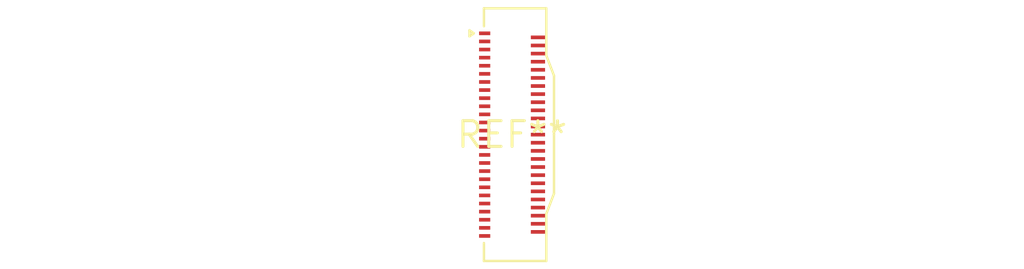
<source format=kicad_pcb>
(kicad_pcb (version 20240108) (generator pcbnew)
  (layers (0 "F.Cu" signal) (31 "B.Cu" signal) (34 "B.Paste" user) (35 "F.Paste" user) (36 "B.SilkS" user "B.Silkscreen") (37 "F.SilkS" user "F.Silkscreen") (38 "B.Mask" user) (39 "F.Mask" user) (44 "Edge.Cuts" user))
  (net 0 "")
  (footprint "JAE_FF0851SA1_2Rows-51Pins_P0.40mm_Horizontal" (layer "F.Cu") (at 0 0)
    (property "Reference" "REF**")
    (property "Value" "JAE_FF0851SA1_2Rows-51Pins_P0.40mm_Horizontal")
    (fp_line (start -2.097132 -5.15) (end -1.885 -5) (layer "F.SilkS") (stroke (width 0.12)))
    (fp_line (start -2.097132 -4.85) (end -2.097132 -5.15) (layer "F.SilkS") (stroke (width 0.12)))
    (fp_line (start -1.885 -5) (end -2.097132 -4.85) (layer "F.SilkS") (stroke (width 0.12)))
    (fp_line (start -1.385 -6.235) (end 1.685 -6.235) (layer "F.SilkS") (stroke (width 0.12)))
    (fp_line (start -1.385 -5.35) (end -1.385 -6.235) (layer "F.SilkS") (stroke (width 0.12)))
    (fp_line (start -1.385 5.35) (end -1.385 6.235) (layer "F.SilkS") (stroke (width 0.12)))
    (fp_line (start -1.385 6.235) (end 1.685 6.235) (layer "F.SilkS") (stroke (width 0.12)))
    (fp_line (start 1.685 -6.235) (end 1.685 -3.91) (layer "F.SilkS") (stroke (width 0.12)))
    (fp_line (start 1.685 -3.91) (end 2.065 -2.91) (layer "F.SilkS") (stroke (width 0.12)))
    (fp_line (start 1.685 3.91) (end 2.065 2.91) (layer "F.SilkS") (stroke (width 0.12)))
    (fp_line (start 1.685 6.235) (end 1.685 3.91) (layer "F.SilkS") (stroke (width 0.12)))
    (fp_line (start 2.065 -2.91) (end 2.065 0) (layer "F.SilkS") (stroke (width 0.12)))
    (fp_line (start 2.065 2.91) (end 2.065 0) (layer "F.SilkS") (stroke (width 0.12)))
    (pad "1" smd rect (at -1.35 -5) (size 0.55 0.18) (layers "F.Cu" "F.Paste" "F.Mask"))
    (pad "2" smd rect (at 1.275 -4.8) (size 0.7 0.18) (layers "F.Cu" "F.Paste" "F.Mask"))
    (pad "3" smd rect (at -1.35 -4.6) (size 0.55 0.18) (layers "F.Cu" "F.Paste" "F.Mask"))
    (pad "4" smd rect (at 1.275 -4.4) (size 0.7 0.18) (layers "F.Cu" "F.Paste" "F.Mask"))
    (pad "5" smd rect (at -1.35 -4.2) (size 0.55 0.18) (layers "F.Cu" "F.Paste" "F.Mask"))
    (pad "6" smd rect (at 1.275 -4) (size 0.7 0.18) (layers "F.Cu" "F.Paste" "F.Mask"))
    (pad "7" smd rect (at -1.35 -3.8) (size 0.55 0.18) (layers "F.Cu" "F.Paste" "F.Mask"))
    (pad "8" smd rect (at 1.275 -3.6) (size 0.7 0.18) (layers "F.Cu" "F.Paste" "F.Mask"))
    (pad "9" smd rect (at -1.35 -3.4) (size 0.55 0.18) (layers "F.Cu" "F.Paste" "F.Mask"))
    (pad "10" smd rect (at 1.275 -3.2) (size 0.7 0.18) (layers "F.Cu" "F.Paste" "F.Mask"))
    (pad "11" smd rect (at -1.35 -3) (size 0.55 0.18) (layers "F.Cu" "F.Paste" "F.Mask"))
    (pad "12" smd rect (at 1.275 -2.8) (size 0.7 0.18) (layers "F.Cu" "F.Paste" "F.Mask"))
    (pad "13" smd rect (at -1.35 -2.6) (size 0.55 0.18) (layers "F.Cu" "F.Paste" "F.Mask"))
    (pad "14" smd rect (at 1.275 -2.4) (size 0.7 0.18) (layers "F.Cu" "F.Paste" "F.Mask"))
    (pad "15" smd rect (at -1.35 -2.2) (size 0.55 0.18) (layers "F.Cu" "F.Paste" "F.Mask"))
    (pad "16" smd rect (at 1.275 -2) (size 0.7 0.18) (layers "F.Cu" "F.Paste" "F.Mask"))
    (pad "17" smd rect (at -1.35 -1.8) (size 0.55 0.18) (layers "F.Cu" "F.Paste" "F.Mask"))
    (pad "18" smd rect (at 1.275 -1.6) (size 0.7 0.18) (layers "F.Cu" "F.Paste" "F.Mask"))
    (pad "19" smd rect (at -1.35 -1.4) (size 0.55 0.18) (layers "F.Cu" "F.Paste" "F.Mask"))
    (pad "20" smd rect (at 1.275 -1.2) (size 0.7 0.18) (layers "F.Cu" "F.Paste" "F.Mask"))
    (pad "21" smd rect (at -1.35 -1) (size 0.55 0.18) (layers "F.Cu" "F.Paste" "F.Mask"))
    (pad "22" smd rect (at 1.275 -0.8) (size 0.7 0.18) (layers "F.Cu" "F.Paste" "F.Mask"))
    (pad "23" smd rect (at -1.35 -0.6) (size 0.55 0.18) (layers "F.Cu" "F.Paste" "F.Mask"))
    (pad "24" smd rect (at 1.275 -0.4) (size 0.7 0.18) (layers "F.Cu" "F.Paste" "F.Mask"))
    (pad "25" smd rect (at -1.35 -0.2) (size 0.55 0.18) (layers "F.Cu" "F.Paste" "F.Mask"))
    (pad "26" smd rect (at 1.275 0) (size 0.7 0.18) (layers "F.Cu" "F.Paste" "F.Mask"))
    (pad "27" smd rect (at -1.35 0.2) (size 0.55 0.18) (layers "F.Cu" "F.Paste" "F.Mask"))
    (pad "28" smd rect (at 1.275 0.4) (size 0.7 0.18) (layers "F.Cu" "F.Paste" "F.Mask"))
    (pad "29" smd rect (at -1.35 0.6) (size 0.55 0.18) (layers "F.Cu" "F.Paste" "F.Mask"))
    (pad "30" smd rect (at 1.275 0.8) (size 0.7 0.18) (layers "F.Cu" "F.Paste" "F.Mask"))
    (pad "31" smd rect (at -1.35 1) (size 0.55 0.18) (layers "F.Cu" "F.Paste" "F.Mask"))
    (pad "32" smd rect (at 1.275 1.2) (size 0.7 0.18) (layers "F.Cu" "F.Paste" "F.Mask"))
    (pad "33" smd rect (at -1.35 1.4) (size 0.55 0.18) (layers "F.Cu" "F.Paste" "F.Mask"))
    (pad "34" smd rect (at 1.275 1.6) (size 0.7 0.18) (layers "F.Cu" "F.Paste" "F.Mask"))
    (pad "35" smd rect (at -1.35 1.8) (size 0.55 0.18) (layers "F.Cu" "F.Paste" "F.Mask"))
    (pad "36" smd rect (at 1.275 2) (size 0.7 0.18) (layers "F.Cu" "F.Paste" "F.Mask"))
    (pad "37" smd rect (at -1.35 2.2) (size 0.55 0.18) (layers "F.Cu" "F.Paste" "F.Mask"))
    (pad "38" smd rect (at 1.275 2.4) (size 0.7 0.18) (layers "F.Cu" "F.Paste" "F.Mask"))
    (pad "39" smd rect (at -1.35 2.6) (size 0.55 0.18) (layers "F.Cu" "F.Paste" "F.Mask"))
    (pad "40" smd rect (at 1.275 2.8) (size 0.7 0.18) (layers "F.Cu" "F.Paste" "F.Mask"))
    (pad "41" smd rect (at -1.35 3) (size 0.55 0.18) (layers "F.Cu" "F.Paste" "F.Mask"))
    (pad "42" smd rect (at 1.275 3.2) (size 0.7 0.18) (layers "F.Cu" "F.Paste" "F.Mask"))
    (pad "43" smd rect (at -1.35 3.4) (size 0.55 0.18) (layers "F.Cu" "F.Paste" "F.Mask"))
    (pad "44" smd rect (at 1.275 3.6) (size 0.7 0.18) (layers "F.Cu" "F.Paste" "F.Mask"))
    (pad "45" smd rect (at -1.35 3.8) (size 0.55 0.18) (layers "F.Cu" "F.Paste" "F.Mask"))
    (pad "46" smd rect (at 1.275 4) (size 0.7 0.18) (layers "F.Cu" "F.Paste" "F.Mask"))
    (pad "47" smd rect (at -1.35 4.2) (size 0.55 0.18) (layers "F.Cu" "F.Paste" "F.Mask"))
    (pad "48" smd rect (at 1.275 4.4) (size 0.7 0.18) (layers "F.Cu" "F.Paste" "F.Mask"))
    (pad "49" smd rect (at -1.35 4.6) (size 0.55 0.18) (layers "F.Cu" "F.Paste" "F.Mask"))
    (pad "50" smd rect (at 1.275 4.8) (size 0.7 0.18) (layers "F.Cu" "F.Paste" "F.Mask"))
    (pad "51" smd rect (at -1.35 5) (size 0.55 0.18) (layers "F.Cu" "F.Paste" "F.Mask"))
  )
)
</source>
